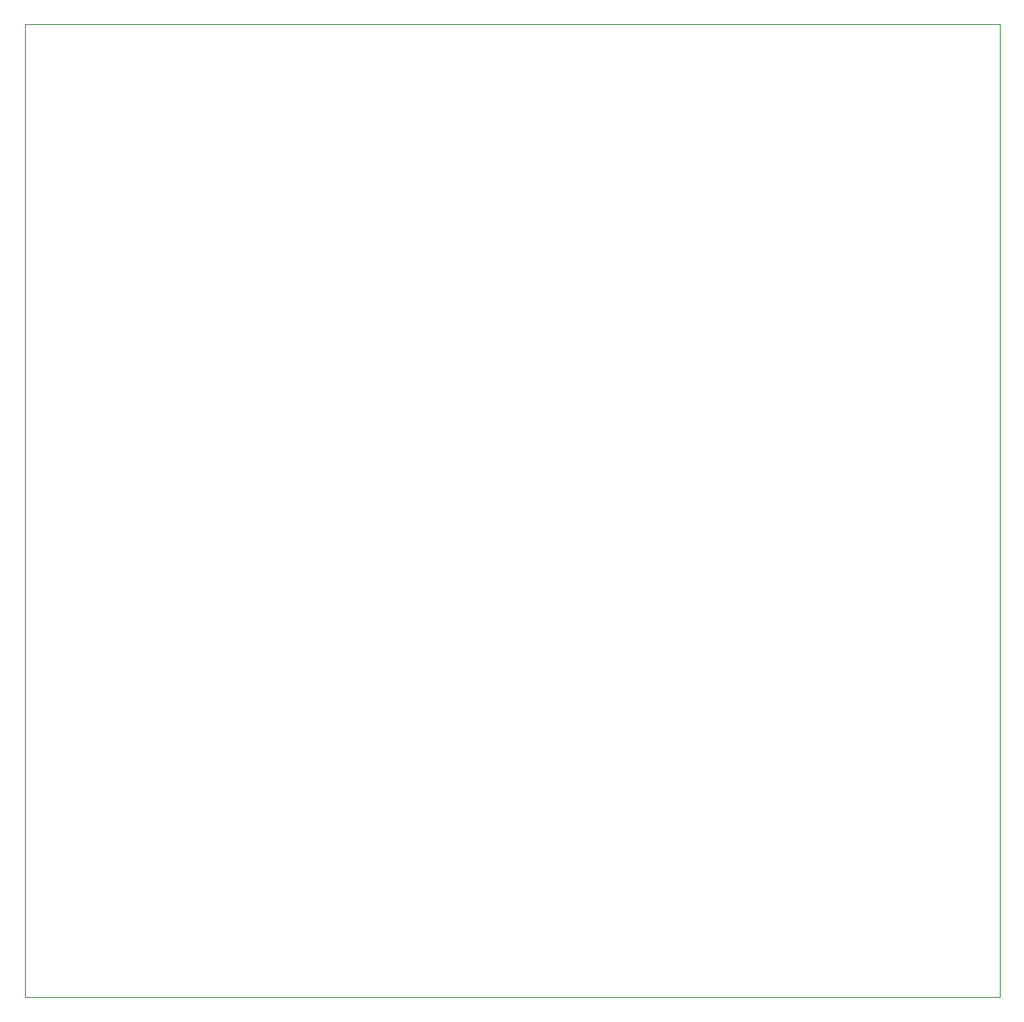
<source format=gbr>
G04 #@! TF.GenerationSoftware,KiCad,Pcbnew,8.0.7*
G04 #@! TF.CreationDate,2025-03-12T18:50:22+10:00*
G04 #@! TF.ProjectId,OH - Upper Mixed Small PCBs,4f48202d-2055-4707-9065-72204d697865,rev?*
G04 #@! TF.SameCoordinates,Original*
G04 #@! TF.FileFunction,Profile,NP*
%FSLAX46Y46*%
G04 Gerber Fmt 4.6, Leading zero omitted, Abs format (unit mm)*
G04 Created by KiCad (PCBNEW 8.0.7) date 2025-03-12 18:50:22*
%MOMM*%
%LPD*%
G01*
G04 APERTURE LIST*
G04 #@! TA.AperFunction,Profile*
%ADD10C,0.050000*%
G04 #@! TD*
G04 APERTURE END LIST*
D10*
X98298000Y-148717000D02*
X98298000Y-49784000D01*
X197358000Y-148717000D02*
X98298000Y-148717000D01*
X197358000Y-49784000D02*
X197358000Y-148717000D01*
X98298000Y-49784000D02*
X197358000Y-49784000D01*
M02*

</source>
